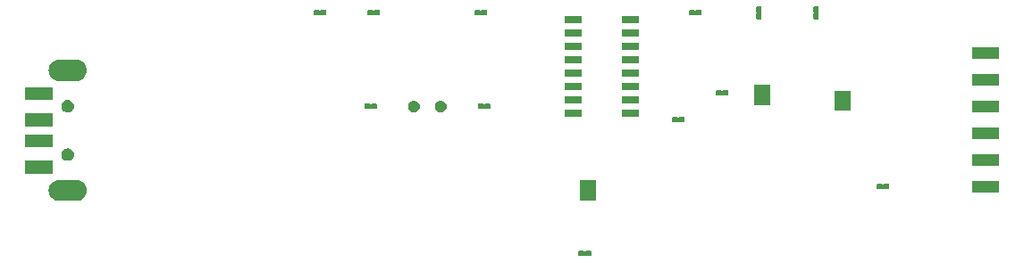
<source format=gbr>
G04 #@! TF.GenerationSoftware,KiCad,Pcbnew,5.0.2+dfsg1-1*
G04 #@! TF.CreationDate,2021-08-05T15:22:36-03:00*
G04 #@! TF.ProjectId,universerial,756e6976-6572-4736-9572-69616c2e6b69,rev?*
G04 #@! TF.SameCoordinates,Original*
G04 #@! TF.FileFunction,Soldermask,Top*
G04 #@! TF.FilePolarity,Negative*
%FSLAX46Y46*%
G04 Gerber Fmt 4.6, Leading zero omitted, Abs format (unit mm)*
G04 Created by KiCad (PCBNEW 5.0.2+dfsg1-1) date Thu Aug  5 15:22:36 2021*
%MOMM*%
%LPD*%
G01*
G04 APERTURE LIST*
%ADD10C,0.100000*%
G04 APERTURE END LIST*
D10*
G36*
X158340170Y-108970803D02*
X158351875Y-108974354D01*
X158371076Y-108984617D01*
X158393715Y-108993994D01*
X158417749Y-108998774D01*
X158442253Y-108998774D01*
X158466286Y-108993993D01*
X158488924Y-108984617D01*
X158508125Y-108974354D01*
X158519830Y-108970803D01*
X158538138Y-108969000D01*
X158961862Y-108969000D01*
X158980170Y-108970803D01*
X158991879Y-108974355D01*
X159002662Y-108980119D01*
X159012120Y-108987880D01*
X159019881Y-108997338D01*
X159025645Y-109008121D01*
X159029197Y-109019830D01*
X159031000Y-109038138D01*
X159031000Y-109401862D01*
X159029197Y-109420170D01*
X159025645Y-109431879D01*
X159019881Y-109442662D01*
X159012120Y-109452120D01*
X159002662Y-109459881D01*
X158991879Y-109465645D01*
X158980170Y-109469197D01*
X158961862Y-109471000D01*
X158538138Y-109471000D01*
X158519830Y-109469197D01*
X158508125Y-109465646D01*
X158488924Y-109455383D01*
X158466285Y-109446006D01*
X158442251Y-109441226D01*
X158417747Y-109441226D01*
X158393714Y-109446007D01*
X158371076Y-109455383D01*
X158351875Y-109465646D01*
X158340170Y-109469197D01*
X158321862Y-109471000D01*
X157898138Y-109471000D01*
X157879830Y-109469197D01*
X157868121Y-109465645D01*
X157857338Y-109459881D01*
X157847880Y-109452120D01*
X157840119Y-109442662D01*
X157834355Y-109431879D01*
X157830803Y-109420170D01*
X157829000Y-109401862D01*
X157829000Y-109038138D01*
X157830803Y-109019830D01*
X157834355Y-109008121D01*
X157840119Y-108997338D01*
X157847880Y-108987880D01*
X157857338Y-108980119D01*
X157868121Y-108974355D01*
X157879830Y-108970803D01*
X157898138Y-108969000D01*
X158321862Y-108969000D01*
X158340170Y-108970803D01*
X158340170Y-108970803D01*
G37*
G36*
X110426232Y-102233483D02*
X110614919Y-102290721D01*
X110788817Y-102383671D01*
X110941239Y-102508761D01*
X111066329Y-102661183D01*
X111159279Y-102835081D01*
X111216517Y-103023768D01*
X111235843Y-103220000D01*
X111216517Y-103416232D01*
X111159279Y-103604919D01*
X111066329Y-103778817D01*
X110941239Y-103931239D01*
X110788817Y-104056329D01*
X110614919Y-104149279D01*
X110426232Y-104206517D01*
X110279176Y-104221000D01*
X108580824Y-104221000D01*
X108433768Y-104206517D01*
X108245081Y-104149279D01*
X108071183Y-104056329D01*
X107918761Y-103931239D01*
X107793671Y-103778817D01*
X107700721Y-103604919D01*
X107643483Y-103416232D01*
X107624157Y-103220000D01*
X107643483Y-103023768D01*
X107700721Y-102835081D01*
X107793671Y-102661183D01*
X107918761Y-102508761D01*
X108071183Y-102383671D01*
X108245081Y-102290721D01*
X108433768Y-102233483D01*
X108580824Y-102219000D01*
X110279176Y-102219000D01*
X110426232Y-102233483D01*
X110426232Y-102233483D01*
G37*
G36*
X159501000Y-103544000D02*
X159503402Y-103568386D01*
X159510515Y-103591835D01*
X159522066Y-103613446D01*
X159526000Y-103618239D01*
X159526000Y-104151000D01*
X157974000Y-104151000D01*
X157974000Y-103618239D01*
X157977934Y-103613446D01*
X157989485Y-103591835D01*
X157996598Y-103568386D01*
X157999000Y-103544000D01*
X157999000Y-102219000D01*
X159501000Y-102219000D01*
X159501000Y-103544000D01*
X159501000Y-103544000D01*
G37*
G36*
X197706000Y-103421000D02*
X195104000Y-103421000D01*
X195104000Y-102319000D01*
X197706000Y-102319000D01*
X197706000Y-103421000D01*
X197706000Y-103421000D01*
G37*
G36*
X186600170Y-102620803D02*
X186611875Y-102624354D01*
X186631076Y-102634617D01*
X186653715Y-102643994D01*
X186677749Y-102648774D01*
X186702253Y-102648774D01*
X186726286Y-102643993D01*
X186748924Y-102634617D01*
X186768125Y-102624354D01*
X186779830Y-102620803D01*
X186798138Y-102619000D01*
X187221862Y-102619000D01*
X187240170Y-102620803D01*
X187251879Y-102624355D01*
X187262662Y-102630119D01*
X187272120Y-102637880D01*
X187279881Y-102647338D01*
X187285645Y-102658121D01*
X187289197Y-102669830D01*
X187291000Y-102688138D01*
X187291000Y-103051862D01*
X187289197Y-103070170D01*
X187285645Y-103081879D01*
X187279881Y-103092662D01*
X187272120Y-103102120D01*
X187262662Y-103109881D01*
X187251879Y-103115645D01*
X187240170Y-103119197D01*
X187221862Y-103121000D01*
X186798138Y-103121000D01*
X186779830Y-103119197D01*
X186768125Y-103115646D01*
X186748924Y-103105383D01*
X186726285Y-103096006D01*
X186702251Y-103091226D01*
X186677747Y-103091226D01*
X186653714Y-103096007D01*
X186631076Y-103105383D01*
X186611875Y-103115646D01*
X186600170Y-103119197D01*
X186581862Y-103121000D01*
X186158138Y-103121000D01*
X186139830Y-103119197D01*
X186128121Y-103115645D01*
X186117338Y-103109881D01*
X186107880Y-103102120D01*
X186100119Y-103092662D01*
X186094355Y-103081879D01*
X186090803Y-103070170D01*
X186089000Y-103051862D01*
X186089000Y-102688138D01*
X186090803Y-102669830D01*
X186094355Y-102658121D01*
X186100119Y-102647338D01*
X186107880Y-102637880D01*
X186117338Y-102630119D01*
X186128121Y-102624355D01*
X186139830Y-102620803D01*
X186158138Y-102619000D01*
X186581862Y-102619000D01*
X186600170Y-102620803D01*
X186600170Y-102620803D01*
G37*
G36*
X107981000Y-101621000D02*
X105379000Y-101621000D01*
X105379000Y-100419000D01*
X107981000Y-100419000D01*
X107981000Y-101621000D01*
X107981000Y-101621000D01*
G37*
G36*
X197706000Y-100881000D02*
X195104000Y-100881000D01*
X195104000Y-99779000D01*
X197706000Y-99779000D01*
X197706000Y-100881000D01*
X197706000Y-100881000D01*
G37*
G36*
X109605305Y-99242096D02*
X109714680Y-99287400D01*
X109813118Y-99353175D01*
X109896825Y-99436882D01*
X109962600Y-99535320D01*
X110007904Y-99644695D01*
X110031000Y-99760806D01*
X110031000Y-99879194D01*
X110007904Y-99995305D01*
X109962600Y-100104680D01*
X109896825Y-100203118D01*
X109813118Y-100286825D01*
X109714680Y-100352600D01*
X109605305Y-100397904D01*
X109489194Y-100421000D01*
X109370806Y-100421000D01*
X109254695Y-100397904D01*
X109145320Y-100352600D01*
X109046882Y-100286825D01*
X108963175Y-100203118D01*
X108897400Y-100104680D01*
X108852096Y-99995305D01*
X108829000Y-99879194D01*
X108829000Y-99760806D01*
X108852096Y-99644695D01*
X108897400Y-99535320D01*
X108963175Y-99436882D01*
X109046882Y-99353175D01*
X109145320Y-99287400D01*
X109254695Y-99242096D01*
X109370806Y-99219000D01*
X109489194Y-99219000D01*
X109605305Y-99242096D01*
X109605305Y-99242096D01*
G37*
G36*
X107981000Y-99121000D02*
X105379000Y-99121000D01*
X105379000Y-97919000D01*
X107981000Y-97919000D01*
X107981000Y-99121000D01*
X107981000Y-99121000D01*
G37*
G36*
X197706000Y-98341000D02*
X195104000Y-98341000D01*
X195104000Y-97239000D01*
X197706000Y-97239000D01*
X197706000Y-98341000D01*
X197706000Y-98341000D01*
G37*
G36*
X107981000Y-97121000D02*
X105379000Y-97121000D01*
X105379000Y-95919000D01*
X107981000Y-95919000D01*
X107981000Y-97121000D01*
X107981000Y-97121000D01*
G37*
G36*
X167205170Y-96270803D02*
X167216875Y-96274354D01*
X167236076Y-96284617D01*
X167258715Y-96293994D01*
X167282749Y-96298774D01*
X167307253Y-96298774D01*
X167331286Y-96293993D01*
X167353924Y-96284617D01*
X167373125Y-96274354D01*
X167384830Y-96270803D01*
X167403138Y-96269000D01*
X167826862Y-96269000D01*
X167845170Y-96270803D01*
X167856879Y-96274355D01*
X167867662Y-96280119D01*
X167877120Y-96287880D01*
X167884881Y-96297338D01*
X167890645Y-96308121D01*
X167894197Y-96319830D01*
X167896000Y-96338138D01*
X167896000Y-96701862D01*
X167894197Y-96720170D01*
X167890645Y-96731879D01*
X167884881Y-96742662D01*
X167877120Y-96752120D01*
X167867662Y-96759881D01*
X167856879Y-96765645D01*
X167845170Y-96769197D01*
X167826862Y-96771000D01*
X167403138Y-96771000D01*
X167384830Y-96769197D01*
X167373125Y-96765646D01*
X167353924Y-96755383D01*
X167331285Y-96746006D01*
X167307251Y-96741226D01*
X167282747Y-96741226D01*
X167258714Y-96746007D01*
X167236076Y-96755383D01*
X167216875Y-96765646D01*
X167205170Y-96769197D01*
X167186862Y-96771000D01*
X166763138Y-96771000D01*
X166744830Y-96769197D01*
X166733121Y-96765645D01*
X166722338Y-96759881D01*
X166712880Y-96752120D01*
X166705119Y-96742662D01*
X166699355Y-96731879D01*
X166695803Y-96720170D01*
X166694000Y-96701862D01*
X166694000Y-96338138D01*
X166695803Y-96319830D01*
X166699355Y-96308121D01*
X166705119Y-96297338D01*
X166712880Y-96287880D01*
X166722338Y-96280119D01*
X166733121Y-96274355D01*
X166744830Y-96270803D01*
X166763138Y-96269000D01*
X167186862Y-96269000D01*
X167205170Y-96270803D01*
X167205170Y-96270803D01*
G37*
G36*
X163521000Y-96236000D02*
X161919000Y-96236000D01*
X161919000Y-95534000D01*
X163521000Y-95534000D01*
X163521000Y-96236000D01*
X163521000Y-96236000D01*
G37*
G36*
X158121000Y-96236000D02*
X156519000Y-96236000D01*
X156519000Y-95534000D01*
X158121000Y-95534000D01*
X158121000Y-96236000D01*
X158121000Y-96236000D01*
G37*
G36*
X109605305Y-94642096D02*
X109714680Y-94687400D01*
X109813118Y-94753175D01*
X109896825Y-94836882D01*
X109962600Y-94935320D01*
X110007904Y-95044695D01*
X110031000Y-95160806D01*
X110031000Y-95279194D01*
X110007904Y-95395305D01*
X109962600Y-95504680D01*
X109896825Y-95603118D01*
X109813118Y-95686825D01*
X109714680Y-95752600D01*
X109605305Y-95797904D01*
X109489194Y-95821000D01*
X109370806Y-95821000D01*
X109254695Y-95797904D01*
X109145320Y-95752600D01*
X109046882Y-95686825D01*
X108963175Y-95603118D01*
X108897400Y-95504680D01*
X108852096Y-95395305D01*
X108829000Y-95279194D01*
X108829000Y-95160806D01*
X108852096Y-95044695D01*
X108897400Y-94935320D01*
X108963175Y-94836882D01*
X109046882Y-94753175D01*
X109145320Y-94687400D01*
X109254695Y-94642096D01*
X109370806Y-94619000D01*
X109489194Y-94619000D01*
X109605305Y-94642096D01*
X109605305Y-94642096D01*
G37*
G36*
X197706000Y-95801000D02*
X195104000Y-95801000D01*
X195104000Y-94699000D01*
X197706000Y-94699000D01*
X197706000Y-95801000D01*
X197706000Y-95801000D01*
G37*
G36*
X144940721Y-94720174D02*
X145040995Y-94761709D01*
X145131245Y-94822012D01*
X145207988Y-94898755D01*
X145268291Y-94989005D01*
X145309826Y-95089279D01*
X145331000Y-95195730D01*
X145331000Y-95304270D01*
X145309826Y-95410721D01*
X145268291Y-95510995D01*
X145207988Y-95601245D01*
X145131245Y-95677988D01*
X145040995Y-95738291D01*
X144940721Y-95779826D01*
X144834270Y-95801000D01*
X144725730Y-95801000D01*
X144619279Y-95779826D01*
X144519005Y-95738291D01*
X144428755Y-95677988D01*
X144352012Y-95601245D01*
X144291709Y-95510995D01*
X144250174Y-95410721D01*
X144229000Y-95304270D01*
X144229000Y-95195730D01*
X144250174Y-95089279D01*
X144291709Y-94989005D01*
X144352012Y-94898755D01*
X144428755Y-94822012D01*
X144519005Y-94761709D01*
X144619279Y-94720174D01*
X144725730Y-94699000D01*
X144834270Y-94699000D01*
X144940721Y-94720174D01*
X144940721Y-94720174D01*
G37*
G36*
X142400721Y-94720174D02*
X142500995Y-94761709D01*
X142591245Y-94822012D01*
X142667988Y-94898755D01*
X142728291Y-94989005D01*
X142769826Y-95089279D01*
X142791000Y-95195730D01*
X142791000Y-95304270D01*
X142769826Y-95410721D01*
X142728291Y-95510995D01*
X142667988Y-95601245D01*
X142591245Y-95677988D01*
X142500995Y-95738291D01*
X142400721Y-95779826D01*
X142294270Y-95801000D01*
X142185730Y-95801000D01*
X142079279Y-95779826D01*
X141979005Y-95738291D01*
X141888755Y-95677988D01*
X141812012Y-95601245D01*
X141751709Y-95510995D01*
X141710174Y-95410721D01*
X141689000Y-95304270D01*
X141689000Y-95195730D01*
X141710174Y-95089279D01*
X141751709Y-94989005D01*
X141812012Y-94898755D01*
X141888755Y-94822012D01*
X141979005Y-94761709D01*
X142079279Y-94720174D01*
X142185730Y-94699000D01*
X142294270Y-94699000D01*
X142400721Y-94720174D01*
X142400721Y-94720174D01*
G37*
G36*
X183656000Y-94271761D02*
X183652066Y-94276554D01*
X183640515Y-94298165D01*
X183633402Y-94321614D01*
X183631000Y-94346000D01*
X183631000Y-95671000D01*
X182129000Y-95671000D01*
X182129000Y-94346000D01*
X182126598Y-94321614D01*
X182119485Y-94298165D01*
X182107934Y-94276554D01*
X182104000Y-94271761D01*
X182104000Y-93739000D01*
X183656000Y-93739000D01*
X183656000Y-94271761D01*
X183656000Y-94271761D01*
G37*
G36*
X138055170Y-95000803D02*
X138066875Y-95004354D01*
X138086076Y-95014617D01*
X138108715Y-95023994D01*
X138132749Y-95028774D01*
X138157253Y-95028774D01*
X138181286Y-95023993D01*
X138203924Y-95014617D01*
X138223125Y-95004354D01*
X138234830Y-95000803D01*
X138253138Y-94999000D01*
X138676862Y-94999000D01*
X138695170Y-95000803D01*
X138706879Y-95004355D01*
X138717662Y-95010119D01*
X138727120Y-95017880D01*
X138734881Y-95027338D01*
X138740645Y-95038121D01*
X138744197Y-95049830D01*
X138746000Y-95068138D01*
X138746000Y-95431862D01*
X138744197Y-95450170D01*
X138740645Y-95461879D01*
X138734881Y-95472662D01*
X138727120Y-95482120D01*
X138717662Y-95489881D01*
X138706879Y-95495645D01*
X138695170Y-95499197D01*
X138676862Y-95501000D01*
X138253138Y-95501000D01*
X138234830Y-95499197D01*
X138223125Y-95495646D01*
X138203924Y-95485383D01*
X138181285Y-95476006D01*
X138157251Y-95471226D01*
X138132747Y-95471226D01*
X138108714Y-95476007D01*
X138086076Y-95485383D01*
X138066875Y-95495646D01*
X138055170Y-95499197D01*
X138036862Y-95501000D01*
X137613138Y-95501000D01*
X137594830Y-95499197D01*
X137583121Y-95495645D01*
X137572338Y-95489881D01*
X137562880Y-95482120D01*
X137555119Y-95472662D01*
X137549355Y-95461879D01*
X137545803Y-95450170D01*
X137544000Y-95431862D01*
X137544000Y-95068138D01*
X137545803Y-95049830D01*
X137549355Y-95038121D01*
X137555119Y-95027338D01*
X137562880Y-95017880D01*
X137572338Y-95010119D01*
X137583121Y-95004355D01*
X137594830Y-95000803D01*
X137613138Y-94999000D01*
X138036862Y-94999000D01*
X138055170Y-95000803D01*
X138055170Y-95000803D01*
G37*
G36*
X148785170Y-95000803D02*
X148796875Y-95004354D01*
X148816076Y-95014617D01*
X148838715Y-95023994D01*
X148862749Y-95028774D01*
X148887253Y-95028774D01*
X148911286Y-95023993D01*
X148933924Y-95014617D01*
X148953125Y-95004354D01*
X148964830Y-95000803D01*
X148983138Y-94999000D01*
X149406862Y-94999000D01*
X149425170Y-95000803D01*
X149436879Y-95004355D01*
X149447662Y-95010119D01*
X149457120Y-95017880D01*
X149464881Y-95027338D01*
X149470645Y-95038121D01*
X149474197Y-95049830D01*
X149476000Y-95068138D01*
X149476000Y-95431862D01*
X149474197Y-95450170D01*
X149470645Y-95461879D01*
X149464881Y-95472662D01*
X149457120Y-95482120D01*
X149447662Y-95489881D01*
X149436879Y-95495645D01*
X149425170Y-95499197D01*
X149406862Y-95501000D01*
X148983138Y-95501000D01*
X148964830Y-95499197D01*
X148953125Y-95495646D01*
X148933924Y-95485383D01*
X148911285Y-95476006D01*
X148887251Y-95471226D01*
X148862747Y-95471226D01*
X148838714Y-95476007D01*
X148816076Y-95485383D01*
X148796875Y-95495646D01*
X148785170Y-95499197D01*
X148766862Y-95501000D01*
X148343138Y-95501000D01*
X148324830Y-95499197D01*
X148313121Y-95495645D01*
X148302338Y-95489881D01*
X148292880Y-95482120D01*
X148285119Y-95472662D01*
X148279355Y-95461879D01*
X148275803Y-95450170D01*
X148274000Y-95431862D01*
X148274000Y-95068138D01*
X148275803Y-95049830D01*
X148279355Y-95038121D01*
X148285119Y-95027338D01*
X148292880Y-95017880D01*
X148302338Y-95010119D01*
X148313121Y-95004355D01*
X148324830Y-95000803D01*
X148343138Y-94999000D01*
X148766862Y-94999000D01*
X148785170Y-95000803D01*
X148785170Y-95000803D01*
G37*
G36*
X176036000Y-93751761D02*
X176032066Y-93756554D01*
X176020515Y-93778165D01*
X176013402Y-93801614D01*
X176011000Y-93826000D01*
X176011000Y-95151000D01*
X174509000Y-95151000D01*
X174509000Y-93826000D01*
X174506598Y-93801614D01*
X174499485Y-93778165D01*
X174487934Y-93756554D01*
X174484000Y-93751761D01*
X174484000Y-93219000D01*
X176036000Y-93219000D01*
X176036000Y-93751761D01*
X176036000Y-93751761D01*
G37*
G36*
X158121000Y-94966000D02*
X156519000Y-94966000D01*
X156519000Y-94264000D01*
X158121000Y-94264000D01*
X158121000Y-94966000D01*
X158121000Y-94966000D01*
G37*
G36*
X163521000Y-94966000D02*
X161919000Y-94966000D01*
X161919000Y-94264000D01*
X163521000Y-94264000D01*
X163521000Y-94966000D01*
X163521000Y-94966000D01*
G37*
G36*
X107981000Y-94621000D02*
X105379000Y-94621000D01*
X105379000Y-93419000D01*
X107981000Y-93419000D01*
X107981000Y-94621000D01*
X107981000Y-94621000D01*
G37*
G36*
X171360170Y-93730803D02*
X171371875Y-93734354D01*
X171391076Y-93744617D01*
X171413715Y-93753994D01*
X171437749Y-93758774D01*
X171462253Y-93758774D01*
X171486286Y-93753993D01*
X171508924Y-93744617D01*
X171528125Y-93734354D01*
X171539830Y-93730803D01*
X171558138Y-93729000D01*
X171981862Y-93729000D01*
X172000170Y-93730803D01*
X172011879Y-93734355D01*
X172022662Y-93740119D01*
X172032120Y-93747880D01*
X172039881Y-93757338D01*
X172045645Y-93768121D01*
X172049197Y-93779830D01*
X172051000Y-93798138D01*
X172051000Y-94161862D01*
X172049197Y-94180170D01*
X172045645Y-94191879D01*
X172039881Y-94202662D01*
X172032120Y-94212120D01*
X172022662Y-94219881D01*
X172011879Y-94225645D01*
X172000170Y-94229197D01*
X171981862Y-94231000D01*
X171558138Y-94231000D01*
X171539830Y-94229197D01*
X171528125Y-94225646D01*
X171508924Y-94215383D01*
X171486285Y-94206006D01*
X171462251Y-94201226D01*
X171437747Y-94201226D01*
X171413714Y-94206007D01*
X171391076Y-94215383D01*
X171371875Y-94225646D01*
X171360170Y-94229197D01*
X171341862Y-94231000D01*
X170918138Y-94231000D01*
X170899830Y-94229197D01*
X170888121Y-94225645D01*
X170877338Y-94219881D01*
X170867880Y-94212120D01*
X170860119Y-94202662D01*
X170854355Y-94191879D01*
X170850803Y-94180170D01*
X170849000Y-94161862D01*
X170849000Y-93798138D01*
X170850803Y-93779830D01*
X170854355Y-93768121D01*
X170860119Y-93757338D01*
X170867880Y-93747880D01*
X170877338Y-93740119D01*
X170888121Y-93734355D01*
X170899830Y-93730803D01*
X170918138Y-93729000D01*
X171341862Y-93729000D01*
X171360170Y-93730803D01*
X171360170Y-93730803D01*
G37*
G36*
X158121000Y-93696000D02*
X156519000Y-93696000D01*
X156519000Y-92994000D01*
X158121000Y-92994000D01*
X158121000Y-93696000D01*
X158121000Y-93696000D01*
G37*
G36*
X163521000Y-93696000D02*
X161919000Y-93696000D01*
X161919000Y-92994000D01*
X163521000Y-92994000D01*
X163521000Y-93696000D01*
X163521000Y-93696000D01*
G37*
G36*
X197706000Y-93261000D02*
X195104000Y-93261000D01*
X195104000Y-92159000D01*
X197706000Y-92159000D01*
X197706000Y-93261000D01*
X197706000Y-93261000D01*
G37*
G36*
X110426232Y-90833483D02*
X110614919Y-90890721D01*
X110788817Y-90983671D01*
X110941239Y-91108761D01*
X111066329Y-91261183D01*
X111159279Y-91435081D01*
X111216517Y-91623768D01*
X111235843Y-91820000D01*
X111216517Y-92016232D01*
X111159279Y-92204919D01*
X111066329Y-92378817D01*
X110941239Y-92531239D01*
X110788817Y-92656329D01*
X110614919Y-92749279D01*
X110426232Y-92806517D01*
X110279176Y-92821000D01*
X108580824Y-92821000D01*
X108433768Y-92806517D01*
X108245081Y-92749279D01*
X108071183Y-92656329D01*
X107918761Y-92531239D01*
X107793671Y-92378817D01*
X107700721Y-92204919D01*
X107643483Y-92016232D01*
X107624157Y-91820000D01*
X107643483Y-91623768D01*
X107700721Y-91435081D01*
X107793671Y-91261183D01*
X107918761Y-91108761D01*
X108071183Y-90983671D01*
X108245081Y-90890721D01*
X108433768Y-90833483D01*
X108580824Y-90819000D01*
X110279176Y-90819000D01*
X110426232Y-90833483D01*
X110426232Y-90833483D01*
G37*
G36*
X158121000Y-92426000D02*
X156519000Y-92426000D01*
X156519000Y-91724000D01*
X158121000Y-91724000D01*
X158121000Y-92426000D01*
X158121000Y-92426000D01*
G37*
G36*
X163521000Y-92426000D02*
X161919000Y-92426000D01*
X161919000Y-91724000D01*
X163521000Y-91724000D01*
X163521000Y-92426000D01*
X163521000Y-92426000D01*
G37*
G36*
X163521000Y-91156000D02*
X161919000Y-91156000D01*
X161919000Y-90454000D01*
X163521000Y-90454000D01*
X163521000Y-91156000D01*
X163521000Y-91156000D01*
G37*
G36*
X158121000Y-91156000D02*
X156519000Y-91156000D01*
X156519000Y-90454000D01*
X158121000Y-90454000D01*
X158121000Y-91156000D01*
X158121000Y-91156000D01*
G37*
G36*
X197706000Y-90721000D02*
X195104000Y-90721000D01*
X195104000Y-89619000D01*
X197706000Y-89619000D01*
X197706000Y-90721000D01*
X197706000Y-90721000D01*
G37*
G36*
X163521000Y-89886000D02*
X161919000Y-89886000D01*
X161919000Y-89184000D01*
X163521000Y-89184000D01*
X163521000Y-89886000D01*
X163521000Y-89886000D01*
G37*
G36*
X158121000Y-89886000D02*
X156519000Y-89886000D01*
X156519000Y-89184000D01*
X158121000Y-89184000D01*
X158121000Y-89886000D01*
X158121000Y-89886000D01*
G37*
G36*
X163521000Y-88616000D02*
X161919000Y-88616000D01*
X161919000Y-87914000D01*
X163521000Y-87914000D01*
X163521000Y-88616000D01*
X163521000Y-88616000D01*
G37*
G36*
X158121000Y-88616000D02*
X156519000Y-88616000D01*
X156519000Y-87914000D01*
X158121000Y-87914000D01*
X158121000Y-88616000D01*
X158121000Y-88616000D01*
G37*
G36*
X158121000Y-87346000D02*
X156519000Y-87346000D01*
X156519000Y-86644000D01*
X158121000Y-86644000D01*
X158121000Y-87346000D01*
X158121000Y-87346000D01*
G37*
G36*
X163521000Y-87346000D02*
X161919000Y-87346000D01*
X161919000Y-86644000D01*
X163521000Y-86644000D01*
X163521000Y-87346000D01*
X163521000Y-87346000D01*
G37*
G36*
X175115170Y-85760803D02*
X175126879Y-85764355D01*
X175137662Y-85770119D01*
X175147120Y-85777880D01*
X175154881Y-85787338D01*
X175160645Y-85798121D01*
X175164197Y-85809830D01*
X175166000Y-85828138D01*
X175166000Y-86251862D01*
X175164197Y-86270170D01*
X175160646Y-86281875D01*
X175150383Y-86301076D01*
X175141006Y-86323715D01*
X175136226Y-86347749D01*
X175136226Y-86372253D01*
X175141007Y-86396286D01*
X175150383Y-86418924D01*
X175160646Y-86438125D01*
X175164197Y-86449830D01*
X175166000Y-86468138D01*
X175166000Y-86891862D01*
X175164197Y-86910170D01*
X175160645Y-86921879D01*
X175154881Y-86932662D01*
X175147120Y-86942120D01*
X175137662Y-86949881D01*
X175126879Y-86955645D01*
X175115170Y-86959197D01*
X175096862Y-86961000D01*
X174733138Y-86961000D01*
X174714830Y-86959197D01*
X174703121Y-86955645D01*
X174692338Y-86949881D01*
X174682880Y-86942120D01*
X174675119Y-86932662D01*
X174669355Y-86921879D01*
X174665803Y-86910170D01*
X174664000Y-86891862D01*
X174664000Y-86468138D01*
X174665803Y-86449830D01*
X174669354Y-86438125D01*
X174679617Y-86418924D01*
X174688994Y-86396285D01*
X174693774Y-86372251D01*
X174693774Y-86347747D01*
X174688993Y-86323714D01*
X174679617Y-86301076D01*
X174669354Y-86281875D01*
X174665803Y-86270170D01*
X174664000Y-86251862D01*
X174664000Y-85828138D01*
X174665803Y-85809830D01*
X174669355Y-85798121D01*
X174675119Y-85787338D01*
X174682880Y-85777880D01*
X174692338Y-85770119D01*
X174703121Y-85764355D01*
X174714830Y-85760803D01*
X174733138Y-85759000D01*
X175096862Y-85759000D01*
X175115170Y-85760803D01*
X175115170Y-85760803D01*
G37*
G36*
X180540170Y-85760803D02*
X180551879Y-85764355D01*
X180562662Y-85770119D01*
X180572120Y-85777880D01*
X180579881Y-85787338D01*
X180585645Y-85798121D01*
X180589197Y-85809830D01*
X180591000Y-85828138D01*
X180591000Y-86251862D01*
X180589197Y-86270170D01*
X180585646Y-86281875D01*
X180575383Y-86301076D01*
X180566006Y-86323715D01*
X180561226Y-86347749D01*
X180561226Y-86372253D01*
X180566007Y-86396286D01*
X180575383Y-86418924D01*
X180585646Y-86438125D01*
X180589197Y-86449830D01*
X180591000Y-86468138D01*
X180591000Y-86891862D01*
X180589197Y-86910170D01*
X180585645Y-86921879D01*
X180579881Y-86932662D01*
X180572120Y-86942120D01*
X180562662Y-86949881D01*
X180551879Y-86955645D01*
X180540170Y-86959197D01*
X180521862Y-86961000D01*
X180158138Y-86961000D01*
X180139830Y-86959197D01*
X180128121Y-86955645D01*
X180117338Y-86949881D01*
X180107880Y-86942120D01*
X180100119Y-86932662D01*
X180094355Y-86921879D01*
X180090803Y-86910170D01*
X180089000Y-86891862D01*
X180089000Y-86468138D01*
X180090803Y-86449830D01*
X180094354Y-86438125D01*
X180104617Y-86418924D01*
X180113994Y-86396285D01*
X180118774Y-86372251D01*
X180118774Y-86347747D01*
X180113993Y-86323714D01*
X180104617Y-86301076D01*
X180094354Y-86281875D01*
X180090803Y-86270170D01*
X180089000Y-86251862D01*
X180089000Y-85828138D01*
X180090803Y-85809830D01*
X180094355Y-85798121D01*
X180100119Y-85787338D01*
X180107880Y-85777880D01*
X180117338Y-85770119D01*
X180128121Y-85764355D01*
X180139830Y-85760803D01*
X180158138Y-85759000D01*
X180521862Y-85759000D01*
X180540170Y-85760803D01*
X180540170Y-85760803D01*
G37*
G36*
X168820170Y-86110803D02*
X168831875Y-86114354D01*
X168851076Y-86124617D01*
X168873715Y-86133994D01*
X168897749Y-86138774D01*
X168922253Y-86138774D01*
X168946286Y-86133993D01*
X168968924Y-86124617D01*
X168988125Y-86114354D01*
X168999830Y-86110803D01*
X169018138Y-86109000D01*
X169441862Y-86109000D01*
X169460170Y-86110803D01*
X169471879Y-86114355D01*
X169482662Y-86120119D01*
X169492120Y-86127880D01*
X169499881Y-86137338D01*
X169505645Y-86148121D01*
X169509197Y-86159830D01*
X169511000Y-86178138D01*
X169511000Y-86541862D01*
X169509197Y-86560170D01*
X169505645Y-86571879D01*
X169499881Y-86582662D01*
X169492120Y-86592120D01*
X169482662Y-86599881D01*
X169471879Y-86605645D01*
X169460170Y-86609197D01*
X169441862Y-86611000D01*
X169018138Y-86611000D01*
X168999830Y-86609197D01*
X168988125Y-86605646D01*
X168968924Y-86595383D01*
X168946285Y-86586006D01*
X168922251Y-86581226D01*
X168897747Y-86581226D01*
X168873714Y-86586007D01*
X168851076Y-86595383D01*
X168831875Y-86605646D01*
X168820170Y-86609197D01*
X168801862Y-86611000D01*
X168378138Y-86611000D01*
X168359830Y-86609197D01*
X168348121Y-86605645D01*
X168337338Y-86599881D01*
X168327880Y-86592120D01*
X168320119Y-86582662D01*
X168314355Y-86571879D01*
X168310803Y-86560170D01*
X168309000Y-86541862D01*
X168309000Y-86178138D01*
X168310803Y-86159830D01*
X168314355Y-86148121D01*
X168320119Y-86137338D01*
X168327880Y-86127880D01*
X168337338Y-86120119D01*
X168348121Y-86114355D01*
X168359830Y-86110803D01*
X168378138Y-86109000D01*
X168801862Y-86109000D01*
X168820170Y-86110803D01*
X168820170Y-86110803D01*
G37*
G36*
X148500170Y-86110803D02*
X148511875Y-86114354D01*
X148531076Y-86124617D01*
X148553715Y-86133994D01*
X148577749Y-86138774D01*
X148602253Y-86138774D01*
X148626286Y-86133993D01*
X148648924Y-86124617D01*
X148668125Y-86114354D01*
X148679830Y-86110803D01*
X148698138Y-86109000D01*
X149121862Y-86109000D01*
X149140170Y-86110803D01*
X149151879Y-86114355D01*
X149162662Y-86120119D01*
X149172120Y-86127880D01*
X149179881Y-86137338D01*
X149185645Y-86148121D01*
X149189197Y-86159830D01*
X149191000Y-86178138D01*
X149191000Y-86541862D01*
X149189197Y-86560170D01*
X149185645Y-86571879D01*
X149179881Y-86582662D01*
X149172120Y-86592120D01*
X149162662Y-86599881D01*
X149151879Y-86605645D01*
X149140170Y-86609197D01*
X149121862Y-86611000D01*
X148698138Y-86611000D01*
X148679830Y-86609197D01*
X148668125Y-86605646D01*
X148648924Y-86595383D01*
X148626285Y-86586006D01*
X148602251Y-86581226D01*
X148577747Y-86581226D01*
X148553714Y-86586007D01*
X148531076Y-86595383D01*
X148511875Y-86605646D01*
X148500170Y-86609197D01*
X148481862Y-86611000D01*
X148058138Y-86611000D01*
X148039830Y-86609197D01*
X148028121Y-86605645D01*
X148017338Y-86599881D01*
X148007880Y-86592120D01*
X148000119Y-86582662D01*
X147994355Y-86571879D01*
X147990803Y-86560170D01*
X147989000Y-86541862D01*
X147989000Y-86178138D01*
X147990803Y-86159830D01*
X147994355Y-86148121D01*
X148000119Y-86137338D01*
X148007880Y-86127880D01*
X148017338Y-86120119D01*
X148028121Y-86114355D01*
X148039830Y-86110803D01*
X148058138Y-86109000D01*
X148481862Y-86109000D01*
X148500170Y-86110803D01*
X148500170Y-86110803D01*
G37*
G36*
X133260170Y-86110803D02*
X133271875Y-86114354D01*
X133291076Y-86124617D01*
X133313715Y-86133994D01*
X133337749Y-86138774D01*
X133362253Y-86138774D01*
X133386286Y-86133993D01*
X133408924Y-86124617D01*
X133428125Y-86114354D01*
X133439830Y-86110803D01*
X133458138Y-86109000D01*
X133881862Y-86109000D01*
X133900170Y-86110803D01*
X133911879Y-86114355D01*
X133922662Y-86120119D01*
X133932120Y-86127880D01*
X133939881Y-86137338D01*
X133945645Y-86148121D01*
X133949197Y-86159830D01*
X133951000Y-86178138D01*
X133951000Y-86541862D01*
X133949197Y-86560170D01*
X133945645Y-86571879D01*
X133939881Y-86582662D01*
X133932120Y-86592120D01*
X133922662Y-86599881D01*
X133911879Y-86605645D01*
X133900170Y-86609197D01*
X133881862Y-86611000D01*
X133458138Y-86611000D01*
X133439830Y-86609197D01*
X133428125Y-86605646D01*
X133408924Y-86595383D01*
X133386285Y-86586006D01*
X133362251Y-86581226D01*
X133337747Y-86581226D01*
X133313714Y-86586007D01*
X133291076Y-86595383D01*
X133271875Y-86605646D01*
X133260170Y-86609197D01*
X133241862Y-86611000D01*
X132818138Y-86611000D01*
X132799830Y-86609197D01*
X132788121Y-86605645D01*
X132777338Y-86599881D01*
X132767880Y-86592120D01*
X132760119Y-86582662D01*
X132754355Y-86571879D01*
X132750803Y-86560170D01*
X132749000Y-86541862D01*
X132749000Y-86178138D01*
X132750803Y-86159830D01*
X132754355Y-86148121D01*
X132760119Y-86137338D01*
X132767880Y-86127880D01*
X132777338Y-86120119D01*
X132788121Y-86114355D01*
X132799830Y-86110803D01*
X132818138Y-86109000D01*
X133241862Y-86109000D01*
X133260170Y-86110803D01*
X133260170Y-86110803D01*
G37*
G36*
X138340170Y-86110803D02*
X138351875Y-86114354D01*
X138371076Y-86124617D01*
X138393715Y-86133994D01*
X138417749Y-86138774D01*
X138442253Y-86138774D01*
X138466286Y-86133993D01*
X138488924Y-86124617D01*
X138508125Y-86114354D01*
X138519830Y-86110803D01*
X138538138Y-86109000D01*
X138961862Y-86109000D01*
X138980170Y-86110803D01*
X138991879Y-86114355D01*
X139002662Y-86120119D01*
X139012120Y-86127880D01*
X139019881Y-86137338D01*
X139025645Y-86148121D01*
X139029197Y-86159830D01*
X139031000Y-86178138D01*
X139031000Y-86541862D01*
X139029197Y-86560170D01*
X139025645Y-86571879D01*
X139019881Y-86582662D01*
X139012120Y-86592120D01*
X139002662Y-86599881D01*
X138991879Y-86605645D01*
X138980170Y-86609197D01*
X138961862Y-86611000D01*
X138538138Y-86611000D01*
X138519830Y-86609197D01*
X138508125Y-86605646D01*
X138488924Y-86595383D01*
X138466285Y-86586006D01*
X138442251Y-86581226D01*
X138417747Y-86581226D01*
X138393714Y-86586007D01*
X138371076Y-86595383D01*
X138351875Y-86605646D01*
X138340170Y-86609197D01*
X138321862Y-86611000D01*
X137898138Y-86611000D01*
X137879830Y-86609197D01*
X137868121Y-86605645D01*
X137857338Y-86599881D01*
X137847880Y-86592120D01*
X137840119Y-86582662D01*
X137834355Y-86571879D01*
X137830803Y-86560170D01*
X137829000Y-86541862D01*
X137829000Y-86178138D01*
X137830803Y-86159830D01*
X137834355Y-86148121D01*
X137840119Y-86137338D01*
X137847880Y-86127880D01*
X137857338Y-86120119D01*
X137868121Y-86114355D01*
X137879830Y-86110803D01*
X137898138Y-86109000D01*
X138321862Y-86109000D01*
X138340170Y-86110803D01*
X138340170Y-86110803D01*
G37*
M02*

</source>
